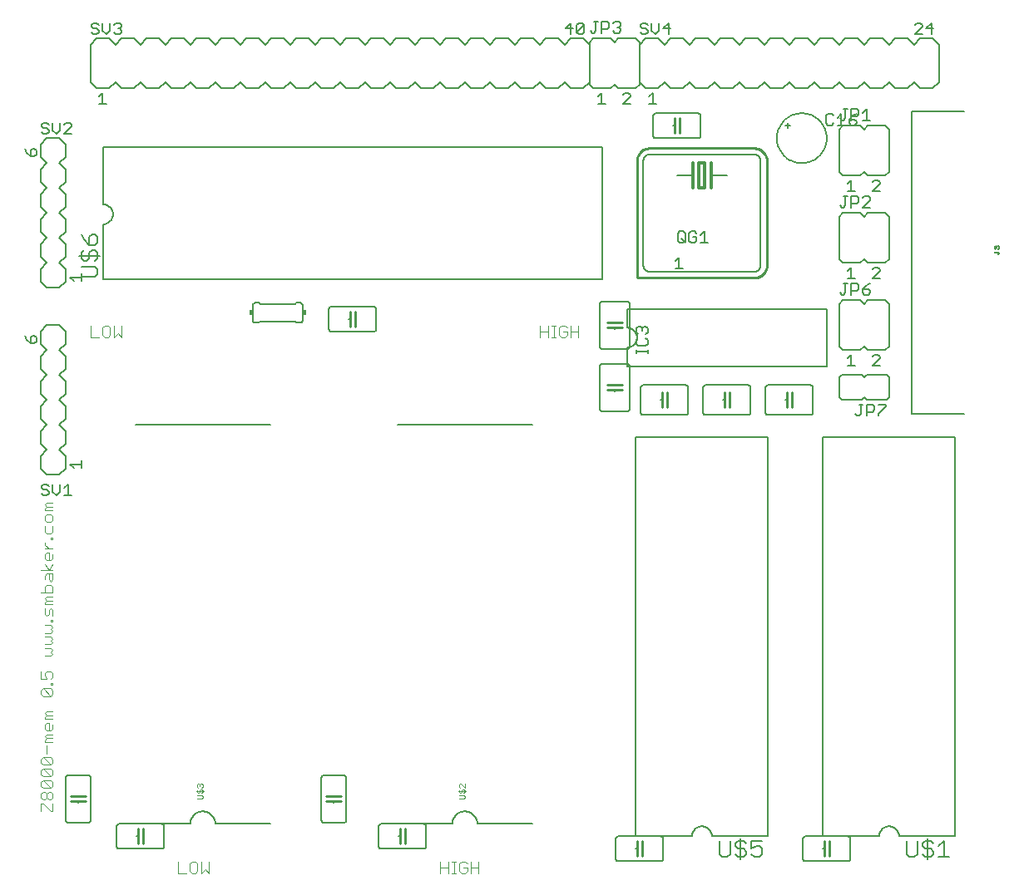
<source format=gto>
G75*
%MOIN*%
%OFA0B0*%
%FSLAX24Y24*%
%IPPOS*%
%LPD*%
%AMOC8*
5,1,8,0,0,1.08239X$1,22.5*
%
%ADD10C,0.0040*%
%ADD11C,0.0060*%
%ADD12C,0.0050*%
%ADD13C,0.0100*%
%ADD14C,0.0080*%
%ADD15R,0.0150X0.0200*%
%ADD16C,0.0020*%
%ADD17C,0.0120*%
D10*
X006700Y007170D02*
X007007Y007170D01*
X007160Y007247D02*
X007237Y007170D01*
X007391Y007170D01*
X007467Y007247D01*
X007467Y007554D01*
X007391Y007630D01*
X007237Y007630D01*
X007160Y007554D01*
X007160Y007247D01*
X006700Y007170D02*
X006700Y007630D01*
X007621Y007630D02*
X007621Y007170D01*
X007774Y007323D01*
X007928Y007170D01*
X007928Y007630D01*
X001660Y009670D02*
X001660Y009977D01*
X001583Y010130D02*
X001507Y010130D01*
X001430Y010207D01*
X001430Y010361D01*
X001507Y010437D01*
X001583Y010437D01*
X001660Y010361D01*
X001660Y010207D01*
X001583Y010130D01*
X001430Y010207D02*
X001353Y010130D01*
X001276Y010130D01*
X001200Y010207D01*
X001200Y010361D01*
X001276Y010437D01*
X001353Y010437D01*
X001430Y010361D01*
X001583Y010591D02*
X001276Y010898D01*
X001583Y010898D01*
X001660Y010821D01*
X001660Y010668D01*
X001583Y010591D01*
X001276Y010591D01*
X001200Y010668D01*
X001200Y010821D01*
X001276Y010898D01*
X001276Y011051D02*
X001200Y011128D01*
X001200Y011281D01*
X001276Y011358D01*
X001583Y011051D01*
X001660Y011128D01*
X001660Y011281D01*
X001583Y011358D01*
X001276Y011358D01*
X001276Y011512D02*
X001200Y011588D01*
X001200Y011742D01*
X001276Y011818D01*
X001583Y011512D01*
X001660Y011588D01*
X001660Y011742D01*
X001583Y011818D01*
X001276Y011818D01*
X001430Y011972D02*
X001430Y012279D01*
X001353Y012432D02*
X001353Y012509D01*
X001430Y012586D01*
X001353Y012663D01*
X001430Y012739D01*
X001660Y012739D01*
X001660Y012586D02*
X001430Y012586D01*
X001353Y012432D02*
X001660Y012432D01*
X001583Y012893D02*
X001430Y012893D01*
X001353Y012969D01*
X001353Y013123D01*
X001430Y013200D01*
X001507Y013200D01*
X001507Y012893D01*
X001583Y012893D02*
X001660Y012969D01*
X001660Y013123D01*
X001660Y013353D02*
X001353Y013353D01*
X001353Y013430D01*
X001430Y013507D01*
X001353Y013583D01*
X001430Y013660D01*
X001660Y013660D01*
X001660Y013507D02*
X001430Y013507D01*
X001583Y014274D02*
X001276Y014274D01*
X001200Y014351D01*
X001200Y014504D01*
X001276Y014581D01*
X001583Y014274D01*
X001660Y014351D01*
X001660Y014504D01*
X001583Y014581D01*
X001276Y014581D01*
X001583Y014734D02*
X001583Y014811D01*
X001660Y014811D01*
X001660Y014734D01*
X001583Y014734D01*
X001583Y014965D02*
X001660Y015041D01*
X001660Y015195D01*
X001583Y015271D01*
X001430Y015271D01*
X001353Y015195D01*
X001353Y015118D01*
X001430Y014965D01*
X001200Y014965D01*
X001200Y015271D01*
X001353Y015885D02*
X001583Y015885D01*
X001660Y015962D01*
X001583Y016039D01*
X001660Y016115D01*
X001583Y016192D01*
X001353Y016192D01*
X001353Y016346D02*
X001583Y016346D01*
X001660Y016422D01*
X001583Y016499D01*
X001660Y016576D01*
X001583Y016653D01*
X001353Y016653D01*
X001353Y016806D02*
X001583Y016806D01*
X001660Y016883D01*
X001583Y016960D01*
X001660Y017036D01*
X001583Y017113D01*
X001353Y017113D01*
X001583Y017266D02*
X001583Y017343D01*
X001660Y017343D01*
X001660Y017266D01*
X001583Y017266D01*
X001660Y017497D02*
X001660Y017727D01*
X001583Y017804D01*
X001507Y017727D01*
X001507Y017573D01*
X001430Y017497D01*
X001353Y017573D01*
X001353Y017804D01*
X001353Y017957D02*
X001353Y018034D01*
X001430Y018111D01*
X001353Y018187D01*
X001430Y018264D01*
X001660Y018264D01*
X001660Y018417D02*
X001660Y018648D01*
X001583Y018724D01*
X001430Y018724D01*
X001353Y018648D01*
X001353Y018417D01*
X001200Y018417D02*
X001660Y018417D01*
X001660Y018111D02*
X001430Y018111D01*
X001353Y017957D02*
X001660Y017957D01*
X001583Y018878D02*
X001507Y018955D01*
X001507Y019185D01*
X001430Y019185D02*
X001660Y019185D01*
X001660Y018955D01*
X001583Y018878D01*
X001353Y018955D02*
X001353Y019108D01*
X001430Y019185D01*
X001507Y019338D02*
X001353Y019568D01*
X001430Y019722D02*
X001353Y019799D01*
X001353Y019952D01*
X001430Y020029D01*
X001507Y020029D01*
X001507Y019722D01*
X001583Y019722D02*
X001430Y019722D01*
X001583Y019722D02*
X001660Y019799D01*
X001660Y019952D01*
X001660Y020182D02*
X001353Y020182D01*
X001507Y020182D02*
X001353Y020336D01*
X001353Y020412D01*
X001583Y020566D02*
X001583Y020643D01*
X001660Y020643D01*
X001660Y020566D01*
X001583Y020566D01*
X001583Y020796D02*
X001660Y020873D01*
X001660Y021103D01*
X001583Y021257D02*
X001660Y021333D01*
X001660Y021487D01*
X001583Y021563D01*
X001430Y021563D01*
X001353Y021487D01*
X001353Y021333D01*
X001430Y021257D01*
X001583Y021257D01*
X001353Y021103D02*
X001353Y020873D01*
X001430Y020796D01*
X001583Y020796D01*
X001660Y021717D02*
X001353Y021717D01*
X001353Y021794D01*
X001430Y021870D01*
X001353Y021947D01*
X001430Y022024D01*
X001660Y022024D01*
X001660Y021870D02*
X001430Y021870D01*
X001660Y019568D02*
X001507Y019338D01*
X001660Y019338D02*
X001200Y019338D01*
X001276Y011512D02*
X001583Y011512D01*
X001583Y011051D02*
X001276Y011051D01*
X001276Y009977D02*
X001583Y009670D01*
X001660Y009670D01*
X001200Y009670D02*
X001200Y009977D01*
X001276Y009977D01*
X017200Y007630D02*
X017200Y007170D01*
X017200Y007400D02*
X017507Y007400D01*
X017507Y007630D02*
X017507Y007170D01*
X017660Y007170D02*
X017814Y007170D01*
X017737Y007170D02*
X017737Y007630D01*
X017660Y007630D02*
X017814Y007630D01*
X017967Y007554D02*
X017967Y007247D01*
X018044Y007170D01*
X018198Y007170D01*
X018274Y007247D01*
X018274Y007400D01*
X018121Y007400D01*
X018274Y007554D02*
X018198Y007630D01*
X018044Y007630D01*
X017967Y007554D01*
X018428Y007630D02*
X018428Y007170D01*
X018428Y007400D02*
X018735Y007400D01*
X018735Y007630D02*
X018735Y007170D01*
X021200Y028670D02*
X021200Y029130D01*
X021200Y028900D02*
X021507Y028900D01*
X021507Y029130D02*
X021507Y028670D01*
X021660Y028670D02*
X021814Y028670D01*
X021737Y028670D02*
X021737Y029130D01*
X021660Y029130D02*
X021814Y029130D01*
X021967Y029054D02*
X021967Y028747D01*
X022044Y028670D01*
X022198Y028670D01*
X022274Y028747D01*
X022274Y028900D01*
X022121Y028900D01*
X022274Y029054D02*
X022198Y029130D01*
X022044Y029130D01*
X021967Y029054D01*
X022428Y029130D02*
X022428Y028670D01*
X022428Y028900D02*
X022735Y028900D01*
X022735Y029130D02*
X022735Y028670D01*
X004428Y028670D02*
X004428Y029130D01*
X004121Y029130D02*
X004121Y028670D01*
X004274Y028823D01*
X004428Y028670D01*
X003967Y028747D02*
X003967Y029054D01*
X003891Y029130D01*
X003737Y029130D01*
X003660Y029054D01*
X003660Y028747D01*
X003737Y028670D01*
X003891Y028670D01*
X003967Y028747D01*
X003507Y028670D02*
X003200Y028670D01*
X003200Y029130D01*
D11*
X002180Y028900D02*
X002180Y028400D01*
X001930Y028150D01*
X002180Y027900D01*
X002180Y027400D01*
X001930Y027150D01*
X002180Y026900D01*
X002180Y026400D01*
X001930Y026150D01*
X002180Y025900D01*
X002180Y025400D01*
X001930Y025150D01*
X002180Y024900D01*
X002180Y024400D01*
X001930Y024150D01*
X002180Y023900D01*
X002180Y023400D01*
X001930Y023150D01*
X001430Y023150D01*
X001180Y023400D01*
X001180Y023900D01*
X001430Y024150D01*
X001180Y024400D01*
X001180Y024900D01*
X001430Y025150D01*
X001180Y025400D01*
X001180Y025900D01*
X001430Y026150D01*
X001180Y026400D01*
X001180Y026900D01*
X001430Y027150D01*
X001180Y027400D01*
X001180Y027900D01*
X001430Y028150D01*
X001180Y028400D01*
X001180Y028900D01*
X001430Y029150D01*
X001930Y029150D01*
X002180Y028900D01*
X001930Y030650D02*
X001430Y030650D01*
X001180Y030900D01*
X001180Y031400D01*
X001430Y031650D01*
X001180Y031900D01*
X001180Y032400D01*
X001430Y032650D01*
X001180Y032900D01*
X001180Y033400D01*
X001430Y033650D01*
X001180Y033900D01*
X001180Y034400D01*
X001430Y034650D01*
X001180Y034900D01*
X001180Y035400D01*
X001430Y035650D01*
X001180Y035900D01*
X001180Y036400D01*
X001430Y036650D01*
X001930Y036650D01*
X002180Y036400D01*
X002180Y035900D01*
X001930Y035650D01*
X002180Y035400D01*
X002180Y034900D01*
X001930Y034650D01*
X002180Y034400D01*
X002180Y033900D01*
X001930Y033650D01*
X002180Y033400D01*
X002180Y032900D01*
X001930Y032650D01*
X002180Y032400D01*
X002180Y031900D01*
X001930Y031650D01*
X002180Y031400D01*
X002180Y030900D01*
X001930Y030650D01*
X002809Y031080D02*
X003343Y031080D01*
X003450Y031187D01*
X003450Y031400D01*
X003343Y031507D01*
X002809Y031507D01*
X002916Y031725D02*
X002809Y031831D01*
X002809Y032045D01*
X002916Y032152D01*
X003130Y032045D02*
X003130Y031831D01*
X003023Y031725D01*
X002916Y031725D01*
X002703Y031938D02*
X003557Y031938D01*
X003450Y031831D02*
X003343Y031725D01*
X003450Y031831D02*
X003450Y032045D01*
X003343Y032152D01*
X003236Y032152D01*
X003130Y032045D01*
X003130Y032369D02*
X002916Y032583D01*
X002809Y032796D01*
X003130Y032689D02*
X003130Y032369D01*
X003343Y032369D01*
X003450Y032476D01*
X003450Y032689D01*
X003343Y032796D01*
X003236Y032796D01*
X003130Y032689D01*
X003680Y033200D02*
X003680Y031000D01*
X023680Y031000D01*
X023680Y036300D01*
X003680Y036300D01*
X003680Y034000D01*
X003719Y033998D01*
X003758Y033992D01*
X003796Y033983D01*
X003833Y033970D01*
X003869Y033953D01*
X003902Y033933D01*
X003934Y033909D01*
X003963Y033883D01*
X003989Y033854D01*
X004013Y033822D01*
X004033Y033789D01*
X004050Y033753D01*
X004063Y033716D01*
X004072Y033678D01*
X004078Y033639D01*
X004080Y033600D01*
X004078Y033561D01*
X004072Y033522D01*
X004063Y033484D01*
X004050Y033447D01*
X004033Y033411D01*
X004013Y033378D01*
X003989Y033346D01*
X003963Y033317D01*
X003934Y033291D01*
X003902Y033267D01*
X003869Y033247D01*
X003833Y033230D01*
X003796Y033217D01*
X003758Y033208D01*
X003719Y033202D01*
X003680Y033200D01*
X003930Y038650D02*
X003430Y038650D01*
X003180Y038900D01*
X003180Y040400D01*
X003430Y040650D01*
X003930Y040650D01*
X004180Y040400D01*
X004430Y040650D01*
X004930Y040650D01*
X005180Y040400D01*
X005430Y040650D01*
X005930Y040650D01*
X006180Y040400D01*
X006430Y040650D01*
X006930Y040650D01*
X007180Y040400D01*
X007430Y040650D01*
X007930Y040650D01*
X008180Y040400D01*
X008430Y040650D01*
X008930Y040650D01*
X009180Y040400D01*
X009430Y040650D01*
X009930Y040650D01*
X010180Y040400D01*
X010430Y040650D01*
X010930Y040650D01*
X011180Y040400D01*
X011430Y040650D01*
X011930Y040650D01*
X012180Y040400D01*
X012430Y040650D01*
X012930Y040650D01*
X013180Y040400D01*
X013430Y040650D01*
X013930Y040650D01*
X014180Y040400D01*
X014430Y040650D01*
X014930Y040650D01*
X015180Y040400D01*
X015430Y040650D01*
X015930Y040650D01*
X016180Y040400D01*
X016430Y040650D01*
X016930Y040650D01*
X017180Y040400D01*
X017430Y040650D01*
X017930Y040650D01*
X018180Y040400D01*
X018430Y040650D01*
X018930Y040650D01*
X019180Y040400D01*
X019430Y040650D01*
X019930Y040650D01*
X020180Y040400D01*
X020430Y040650D01*
X020930Y040650D01*
X021180Y040400D01*
X021430Y040650D01*
X021930Y040650D01*
X022180Y040400D01*
X022430Y040650D01*
X022930Y040650D01*
X023180Y040400D01*
X023180Y038900D01*
X022930Y038650D01*
X022430Y038650D01*
X022180Y038900D01*
X021930Y038650D01*
X021430Y038650D01*
X021180Y038900D01*
X020930Y038650D01*
X020430Y038650D01*
X020180Y038900D01*
X019930Y038650D01*
X019430Y038650D01*
X019180Y038900D01*
X018930Y038650D01*
X018430Y038650D01*
X018180Y038900D01*
X017930Y038650D01*
X017430Y038650D01*
X017180Y038900D01*
X016930Y038650D01*
X016430Y038650D01*
X016180Y038900D01*
X015930Y038650D01*
X015430Y038650D01*
X015180Y038900D01*
X014930Y038650D01*
X014430Y038650D01*
X014180Y038900D01*
X013930Y038650D01*
X013430Y038650D01*
X013180Y038900D01*
X012930Y038650D01*
X012430Y038650D01*
X012180Y038900D01*
X011930Y038650D01*
X011430Y038650D01*
X011180Y038900D01*
X010930Y038650D01*
X010430Y038650D01*
X010180Y038900D01*
X009930Y038650D01*
X009430Y038650D01*
X009180Y038900D01*
X008930Y038650D01*
X008430Y038650D01*
X008180Y038900D01*
X007930Y038650D01*
X007430Y038650D01*
X007180Y038900D01*
X006930Y038650D01*
X006430Y038650D01*
X006180Y038900D01*
X005930Y038650D01*
X005430Y038650D01*
X005180Y038900D01*
X004930Y038650D01*
X004430Y038650D01*
X004180Y038900D01*
X003930Y038650D01*
X009780Y030050D02*
X009930Y030050D01*
X009980Y030000D01*
X011380Y030000D01*
X011430Y030050D01*
X011580Y030050D01*
X011597Y030048D01*
X011614Y030044D01*
X011630Y030037D01*
X011644Y030027D01*
X011657Y030014D01*
X011667Y030000D01*
X011674Y029984D01*
X011678Y029967D01*
X011680Y029950D01*
X011680Y029350D01*
X011678Y029333D01*
X011674Y029316D01*
X011667Y029300D01*
X011657Y029286D01*
X011644Y029273D01*
X011630Y029263D01*
X011614Y029256D01*
X011597Y029252D01*
X011580Y029250D01*
X011430Y029250D01*
X011380Y029300D01*
X009980Y029300D01*
X009930Y029250D01*
X009780Y029250D01*
X009763Y029252D01*
X009746Y029256D01*
X009730Y029263D01*
X009716Y029273D01*
X009703Y029286D01*
X009693Y029300D01*
X009686Y029316D01*
X009682Y029333D01*
X009680Y029350D01*
X009680Y029950D01*
X009682Y029967D01*
X009686Y029984D01*
X009693Y030000D01*
X009703Y030014D01*
X009716Y030027D01*
X009730Y030037D01*
X009746Y030044D01*
X009763Y030048D01*
X009780Y030050D01*
X012730Y029800D02*
X012730Y029000D01*
X012732Y028983D01*
X012736Y028966D01*
X012743Y028950D01*
X012753Y028936D01*
X012766Y028923D01*
X012780Y028913D01*
X012796Y028906D01*
X012813Y028902D01*
X012830Y028900D01*
X014530Y028900D01*
X014547Y028902D01*
X014564Y028906D01*
X014580Y028913D01*
X014594Y028923D01*
X014607Y028936D01*
X014617Y028950D01*
X014624Y028966D01*
X014628Y028983D01*
X014630Y029000D01*
X014630Y029800D01*
X014628Y029817D01*
X014624Y029834D01*
X014617Y029850D01*
X014607Y029864D01*
X014594Y029877D01*
X014580Y029887D01*
X014564Y029894D01*
X014547Y029898D01*
X014530Y029900D01*
X012830Y029900D01*
X012813Y029898D01*
X012796Y029894D01*
X012780Y029887D01*
X012766Y029877D01*
X012753Y029864D01*
X012743Y029850D01*
X012736Y029834D01*
X012732Y029817D01*
X012730Y029800D01*
X013530Y029400D02*
X013580Y029400D01*
X013780Y029400D02*
X013830Y029400D01*
X023180Y038800D02*
X023330Y038650D01*
X024030Y038650D01*
X024180Y038800D01*
X024330Y038650D01*
X025030Y038650D01*
X025180Y038800D01*
X025180Y040500D01*
X025030Y040650D01*
X024330Y040650D01*
X024180Y040500D01*
X024030Y040650D01*
X023330Y040650D01*
X023180Y040500D01*
X023180Y038800D01*
X025180Y038900D02*
X025180Y040400D01*
X025430Y040650D01*
X025930Y040650D01*
X026180Y040400D01*
X026430Y040650D01*
X026930Y040650D01*
X027180Y040400D01*
X027430Y040650D01*
X027930Y040650D01*
X028180Y040400D01*
X028430Y040650D01*
X028930Y040650D01*
X029180Y040400D01*
X029430Y040650D01*
X029930Y040650D01*
X030180Y040400D01*
X030430Y040650D01*
X030930Y040650D01*
X031180Y040400D01*
X031430Y040650D01*
X031930Y040650D01*
X032180Y040400D01*
X032430Y040650D01*
X032930Y040650D01*
X033180Y040400D01*
X033430Y040650D01*
X033930Y040650D01*
X034180Y040400D01*
X034430Y040650D01*
X034930Y040650D01*
X035180Y040400D01*
X035430Y040650D01*
X035930Y040650D01*
X036180Y040400D01*
X036430Y040650D01*
X036930Y040650D01*
X037180Y040400D01*
X037180Y038900D01*
X036930Y038650D01*
X036430Y038650D01*
X036180Y038900D01*
X035930Y038650D01*
X035430Y038650D01*
X035180Y038900D01*
X034930Y038650D01*
X034430Y038650D01*
X034180Y038900D01*
X033930Y038650D01*
X033430Y038650D01*
X033180Y038900D01*
X032930Y038650D01*
X032430Y038650D01*
X032180Y038900D01*
X031930Y038650D01*
X031430Y038650D01*
X031180Y038900D01*
X030930Y038650D01*
X030430Y038650D01*
X030180Y038900D01*
X029930Y038650D01*
X029430Y038650D01*
X029180Y038900D01*
X028930Y038650D01*
X028430Y038650D01*
X028180Y038900D01*
X027930Y038650D01*
X027430Y038650D01*
X027180Y038900D01*
X026930Y038650D01*
X026430Y038650D01*
X026180Y038900D01*
X025930Y038650D01*
X025430Y038650D01*
X025180Y038900D01*
X025830Y037650D02*
X027530Y037650D01*
X027547Y037648D01*
X027564Y037644D01*
X027580Y037637D01*
X027594Y037627D01*
X027607Y037614D01*
X027617Y037600D01*
X027624Y037584D01*
X027628Y037567D01*
X027630Y037550D01*
X027630Y036750D01*
X027628Y036733D01*
X027624Y036716D01*
X027617Y036700D01*
X027607Y036686D01*
X027594Y036673D01*
X027580Y036663D01*
X027564Y036656D01*
X027547Y036652D01*
X027530Y036650D01*
X025830Y036650D01*
X025813Y036652D01*
X025796Y036656D01*
X025780Y036663D01*
X025766Y036673D01*
X025753Y036686D01*
X025743Y036700D01*
X025736Y036716D01*
X025732Y036733D01*
X025730Y036750D01*
X025730Y037550D01*
X025732Y037567D01*
X025736Y037584D01*
X025743Y037600D01*
X025753Y037614D01*
X025766Y037627D01*
X025780Y037637D01*
X025796Y037644D01*
X025813Y037648D01*
X025830Y037650D01*
X026530Y037150D02*
X026580Y037150D01*
X026780Y037150D02*
X026830Y037150D01*
X025580Y036000D02*
X029780Y036000D01*
X029810Y035998D01*
X029840Y035993D01*
X029869Y035984D01*
X029896Y035971D01*
X029922Y035956D01*
X029946Y035937D01*
X029967Y035916D01*
X029986Y035892D01*
X030001Y035866D01*
X030014Y035839D01*
X030023Y035810D01*
X030028Y035780D01*
X030030Y035750D01*
X030030Y031550D01*
X030028Y031520D01*
X030023Y031490D01*
X030014Y031461D01*
X030001Y031434D01*
X029986Y031408D01*
X029967Y031384D01*
X029946Y031363D01*
X029922Y031344D01*
X029896Y031329D01*
X029869Y031316D01*
X029840Y031307D01*
X029810Y031302D01*
X029780Y031300D01*
X025580Y031300D01*
X025550Y031302D01*
X025520Y031307D01*
X025491Y031316D01*
X025464Y031329D01*
X025438Y031344D01*
X025414Y031363D01*
X025393Y031384D01*
X025374Y031408D01*
X025359Y031434D01*
X025346Y031461D01*
X025337Y031490D01*
X025332Y031520D01*
X025330Y031550D01*
X025330Y035750D01*
X025332Y035780D01*
X025337Y035810D01*
X025346Y035839D01*
X025359Y035866D01*
X025374Y035892D01*
X025393Y035916D01*
X025414Y035937D01*
X025438Y035956D01*
X025464Y035971D01*
X025491Y035984D01*
X025520Y035993D01*
X025550Y035998D01*
X025580Y036000D01*
X026680Y035150D02*
X027310Y035150D01*
X028050Y035150D02*
X028680Y035150D01*
X031030Y037150D02*
X031130Y037150D01*
X031130Y037250D01*
X031130Y037150D02*
X031230Y037150D01*
X031130Y037150D02*
X031130Y037050D01*
X030680Y036650D02*
X030682Y036713D01*
X030688Y036775D01*
X030698Y036837D01*
X030711Y036899D01*
X030729Y036959D01*
X030750Y037018D01*
X030775Y037076D01*
X030804Y037132D01*
X030836Y037186D01*
X030871Y037238D01*
X030909Y037287D01*
X030951Y037335D01*
X030995Y037379D01*
X031043Y037421D01*
X031092Y037459D01*
X031144Y037494D01*
X031198Y037526D01*
X031254Y037555D01*
X031312Y037580D01*
X031371Y037601D01*
X031431Y037619D01*
X031493Y037632D01*
X031555Y037642D01*
X031617Y037648D01*
X031680Y037650D01*
X031743Y037648D01*
X031805Y037642D01*
X031867Y037632D01*
X031929Y037619D01*
X031989Y037601D01*
X032048Y037580D01*
X032106Y037555D01*
X032162Y037526D01*
X032216Y037494D01*
X032268Y037459D01*
X032317Y037421D01*
X032365Y037379D01*
X032409Y037335D01*
X032451Y037287D01*
X032489Y037238D01*
X032524Y037186D01*
X032556Y037132D01*
X032585Y037076D01*
X032610Y037018D01*
X032631Y036959D01*
X032649Y036899D01*
X032662Y036837D01*
X032672Y036775D01*
X032678Y036713D01*
X032680Y036650D01*
X032678Y036587D01*
X032672Y036525D01*
X032662Y036463D01*
X032649Y036401D01*
X032631Y036341D01*
X032610Y036282D01*
X032585Y036224D01*
X032556Y036168D01*
X032524Y036114D01*
X032489Y036062D01*
X032451Y036013D01*
X032409Y035965D01*
X032365Y035921D01*
X032317Y035879D01*
X032268Y035841D01*
X032216Y035806D01*
X032162Y035774D01*
X032106Y035745D01*
X032048Y035720D01*
X031989Y035699D01*
X031929Y035681D01*
X031867Y035668D01*
X031805Y035658D01*
X031743Y035652D01*
X031680Y035650D01*
X031617Y035652D01*
X031555Y035658D01*
X031493Y035668D01*
X031431Y035681D01*
X031371Y035699D01*
X031312Y035720D01*
X031254Y035745D01*
X031198Y035774D01*
X031144Y035806D01*
X031092Y035841D01*
X031043Y035879D01*
X030995Y035921D01*
X030951Y035965D01*
X030909Y036013D01*
X030871Y036062D01*
X030836Y036114D01*
X030804Y036168D01*
X030775Y036224D01*
X030750Y036282D01*
X030729Y036341D01*
X030711Y036401D01*
X030698Y036463D01*
X030688Y036525D01*
X030682Y036587D01*
X030680Y036650D01*
X033180Y037000D02*
X033180Y035300D01*
X033330Y035150D01*
X034030Y035150D01*
X034180Y035300D01*
X034330Y035150D01*
X035030Y035150D01*
X035180Y035300D01*
X035180Y037000D01*
X035030Y037150D01*
X034330Y037150D01*
X034180Y037000D01*
X034030Y037150D01*
X033330Y037150D01*
X033180Y037000D01*
X033330Y033650D02*
X034030Y033650D01*
X034180Y033500D01*
X034330Y033650D01*
X035030Y033650D01*
X035180Y033500D01*
X035180Y031800D01*
X035030Y031650D01*
X034330Y031650D01*
X034180Y031800D01*
X034030Y031650D01*
X033330Y031650D01*
X033180Y031800D01*
X033180Y033500D01*
X033330Y033650D01*
X033330Y030150D02*
X034030Y030150D01*
X034180Y030000D01*
X034330Y030150D01*
X035030Y030150D01*
X035180Y030000D01*
X035180Y028300D01*
X035030Y028150D01*
X034330Y028150D01*
X034180Y028300D01*
X034030Y028150D01*
X033330Y028150D01*
X033180Y028300D01*
X033180Y030000D01*
X033330Y030150D01*
X032680Y029800D02*
X032680Y027500D01*
X024680Y027500D01*
X024780Y027500D02*
X024778Y027517D01*
X024774Y027534D01*
X024767Y027550D01*
X024757Y027564D01*
X024744Y027577D01*
X024730Y027587D01*
X024714Y027594D01*
X024697Y027598D01*
X024680Y027600D01*
X023680Y027600D01*
X023663Y027598D01*
X023646Y027594D01*
X023630Y027587D01*
X023616Y027577D01*
X023603Y027564D01*
X023593Y027550D01*
X023586Y027534D01*
X023582Y027517D01*
X023580Y027500D01*
X023580Y025800D01*
X023582Y025783D01*
X023586Y025766D01*
X023593Y025750D01*
X023603Y025736D01*
X023616Y025723D01*
X023630Y025713D01*
X023646Y025706D01*
X023663Y025702D01*
X023680Y025700D01*
X024680Y025700D01*
X024697Y025702D01*
X024714Y025706D01*
X024730Y025713D01*
X024744Y025723D01*
X024757Y025736D01*
X024767Y025750D01*
X024774Y025766D01*
X024778Y025783D01*
X024780Y025800D01*
X024780Y027500D01*
X024680Y027500D02*
X024680Y028250D01*
X024680Y028200D02*
X024697Y028202D01*
X024714Y028206D01*
X024730Y028213D01*
X024744Y028223D01*
X024757Y028236D01*
X024767Y028250D01*
X024774Y028266D01*
X024778Y028283D01*
X024780Y028300D01*
X024780Y030000D01*
X024778Y030017D01*
X024774Y030034D01*
X024767Y030050D01*
X024757Y030064D01*
X024744Y030077D01*
X024730Y030087D01*
X024714Y030094D01*
X024697Y030098D01*
X024680Y030100D01*
X023680Y030100D01*
X023663Y030098D01*
X023646Y030094D01*
X023630Y030087D01*
X023616Y030077D01*
X023603Y030064D01*
X023593Y030050D01*
X023586Y030034D01*
X023582Y030017D01*
X023580Y030000D01*
X023580Y028300D01*
X023582Y028283D01*
X023586Y028266D01*
X023593Y028250D01*
X023603Y028236D01*
X023616Y028223D01*
X023630Y028213D01*
X023646Y028206D01*
X023663Y028202D01*
X023680Y028200D01*
X024680Y028200D01*
X024680Y028250D02*
X024719Y028252D01*
X024758Y028258D01*
X024796Y028267D01*
X024833Y028280D01*
X024869Y028297D01*
X024902Y028317D01*
X024934Y028341D01*
X024963Y028367D01*
X024989Y028396D01*
X025013Y028428D01*
X025033Y028461D01*
X025050Y028497D01*
X025063Y028534D01*
X025072Y028572D01*
X025078Y028611D01*
X025080Y028650D01*
X025078Y028689D01*
X025072Y028728D01*
X025063Y028766D01*
X025050Y028803D01*
X025033Y028839D01*
X025013Y028872D01*
X024989Y028904D01*
X024963Y028933D01*
X024934Y028959D01*
X024902Y028983D01*
X024869Y029003D01*
X024833Y029020D01*
X024796Y029033D01*
X024758Y029042D01*
X024719Y029048D01*
X024680Y029050D01*
X024680Y029800D01*
X032680Y029800D01*
X033280Y027150D02*
X034080Y027150D01*
X034180Y027050D01*
X034280Y027150D01*
X035080Y027150D01*
X035180Y027050D01*
X035180Y026250D01*
X035080Y026150D01*
X034280Y026150D01*
X034180Y026250D01*
X034080Y026150D01*
X033280Y026150D01*
X033180Y026250D01*
X033180Y027050D01*
X033280Y027150D01*
X032130Y026650D02*
X032130Y025650D01*
X032128Y025633D01*
X032124Y025616D01*
X032117Y025600D01*
X032107Y025586D01*
X032094Y025573D01*
X032080Y025563D01*
X032064Y025556D01*
X032047Y025552D01*
X032030Y025550D01*
X030330Y025550D01*
X030313Y025552D01*
X030296Y025556D01*
X030280Y025563D01*
X030266Y025573D01*
X030253Y025586D01*
X030243Y025600D01*
X030236Y025616D01*
X030232Y025633D01*
X030230Y025650D01*
X030230Y026650D01*
X030232Y026667D01*
X030236Y026684D01*
X030243Y026700D01*
X030253Y026714D01*
X030266Y026727D01*
X030280Y026737D01*
X030296Y026744D01*
X030313Y026748D01*
X030330Y026750D01*
X032030Y026750D01*
X032047Y026748D01*
X032064Y026744D01*
X032080Y026737D01*
X032094Y026727D01*
X032107Y026714D01*
X032117Y026700D01*
X032124Y026684D01*
X032128Y026667D01*
X032130Y026650D01*
X031330Y026150D02*
X031280Y026150D01*
X031080Y026150D02*
X031030Y026150D01*
X029630Y026650D02*
X029630Y025650D01*
X029628Y025633D01*
X029624Y025616D01*
X029617Y025600D01*
X029607Y025586D01*
X029594Y025573D01*
X029580Y025563D01*
X029564Y025556D01*
X029547Y025552D01*
X029530Y025550D01*
X027830Y025550D01*
X027813Y025552D01*
X027796Y025556D01*
X027780Y025563D01*
X027766Y025573D01*
X027753Y025586D01*
X027743Y025600D01*
X027736Y025616D01*
X027732Y025633D01*
X027730Y025650D01*
X027730Y026650D01*
X027732Y026667D01*
X027736Y026684D01*
X027743Y026700D01*
X027753Y026714D01*
X027766Y026727D01*
X027780Y026737D01*
X027796Y026744D01*
X027813Y026748D01*
X027830Y026750D01*
X029530Y026750D01*
X029547Y026748D01*
X029564Y026744D01*
X029580Y026737D01*
X029594Y026727D01*
X029607Y026714D01*
X029617Y026700D01*
X029624Y026684D01*
X029628Y026667D01*
X029630Y026650D01*
X028830Y026150D02*
X028780Y026150D01*
X028580Y026150D02*
X028530Y026150D01*
X027130Y026650D02*
X027130Y025650D01*
X027128Y025633D01*
X027124Y025616D01*
X027117Y025600D01*
X027107Y025586D01*
X027094Y025573D01*
X027080Y025563D01*
X027064Y025556D01*
X027047Y025552D01*
X027030Y025550D01*
X025330Y025550D01*
X025313Y025552D01*
X025296Y025556D01*
X025280Y025563D01*
X025266Y025573D01*
X025253Y025586D01*
X025243Y025600D01*
X025236Y025616D01*
X025232Y025633D01*
X025230Y025650D01*
X025230Y026650D01*
X025232Y026667D01*
X025236Y026684D01*
X025243Y026700D01*
X025253Y026714D01*
X025266Y026727D01*
X025280Y026737D01*
X025296Y026744D01*
X025313Y026748D01*
X025330Y026750D01*
X027030Y026750D01*
X027047Y026748D01*
X027064Y026744D01*
X027080Y026737D01*
X027094Y026727D01*
X027107Y026714D01*
X027117Y026700D01*
X027124Y026684D01*
X027128Y026667D01*
X027130Y026650D01*
X026330Y026150D02*
X026280Y026150D01*
X026080Y026150D02*
X026030Y026150D01*
X025030Y024650D02*
X030330Y024650D01*
X030330Y008650D01*
X028080Y008650D01*
X028376Y008471D02*
X028376Y007937D01*
X028483Y007830D01*
X028697Y007830D01*
X028803Y007937D01*
X028803Y008471D01*
X029021Y008364D02*
X029128Y008471D01*
X029341Y008471D01*
X029448Y008364D01*
X029341Y008150D02*
X029128Y008150D01*
X029021Y008257D01*
X029021Y008364D01*
X029234Y008577D02*
X029234Y007723D01*
X029128Y007830D02*
X029341Y007830D01*
X029448Y007937D01*
X029448Y008044D01*
X029341Y008150D01*
X029665Y008150D02*
X029665Y008471D01*
X030092Y008471D01*
X029986Y008257D02*
X030092Y008150D01*
X030092Y007937D01*
X029986Y007830D01*
X029772Y007830D01*
X029665Y007937D01*
X029665Y008150D02*
X029879Y008257D01*
X029986Y008257D01*
X029128Y007830D02*
X029021Y007937D01*
X028080Y008650D02*
X028078Y008689D01*
X028072Y008728D01*
X028063Y008766D01*
X028050Y008803D01*
X028033Y008839D01*
X028013Y008872D01*
X027989Y008904D01*
X027963Y008933D01*
X027934Y008959D01*
X027902Y008983D01*
X027869Y009003D01*
X027833Y009020D01*
X027796Y009033D01*
X027758Y009042D01*
X027719Y009048D01*
X027680Y009050D01*
X027641Y009048D01*
X027602Y009042D01*
X027564Y009033D01*
X027527Y009020D01*
X027491Y009003D01*
X027458Y008983D01*
X027426Y008959D01*
X027397Y008933D01*
X027371Y008904D01*
X027347Y008872D01*
X027327Y008839D01*
X027310Y008803D01*
X027297Y008766D01*
X027288Y008728D01*
X027282Y008689D01*
X027280Y008650D01*
X025030Y008650D01*
X025030Y024650D01*
X024180Y026500D02*
X024180Y026550D01*
X024180Y026750D02*
X024180Y026800D01*
X024180Y029000D02*
X024180Y029050D01*
X024180Y029250D02*
X024180Y029300D01*
X032530Y024650D02*
X037830Y024650D01*
X037830Y008650D01*
X035580Y008650D01*
X035876Y008471D02*
X035876Y007937D01*
X035983Y007830D01*
X036197Y007830D01*
X036303Y007937D01*
X036303Y008471D01*
X036521Y008364D02*
X036628Y008471D01*
X036841Y008471D01*
X036948Y008364D01*
X036841Y008150D02*
X036628Y008150D01*
X036521Y008257D01*
X036521Y008364D01*
X036734Y008577D02*
X036734Y007723D01*
X036628Y007830D02*
X036841Y007830D01*
X036948Y007937D01*
X036948Y008044D01*
X036841Y008150D01*
X037165Y008257D02*
X037379Y008471D01*
X037379Y007830D01*
X037592Y007830D02*
X037165Y007830D01*
X036628Y007830D02*
X036521Y007937D01*
X035580Y008650D02*
X035578Y008689D01*
X035572Y008728D01*
X035563Y008766D01*
X035550Y008803D01*
X035533Y008839D01*
X035513Y008872D01*
X035489Y008904D01*
X035463Y008933D01*
X035434Y008959D01*
X035402Y008983D01*
X035369Y009003D01*
X035333Y009020D01*
X035296Y009033D01*
X035258Y009042D01*
X035219Y009048D01*
X035180Y009050D01*
X035141Y009048D01*
X035102Y009042D01*
X035064Y009033D01*
X035027Y009020D01*
X034991Y009003D01*
X034958Y008983D01*
X034926Y008959D01*
X034897Y008933D01*
X034871Y008904D01*
X034847Y008872D01*
X034827Y008839D01*
X034810Y008803D01*
X034797Y008766D01*
X034788Y008728D01*
X034782Y008689D01*
X034780Y008650D01*
X032530Y008650D01*
X032530Y024650D01*
X016630Y009050D02*
X016630Y008250D01*
X016628Y008233D01*
X016624Y008216D01*
X016617Y008200D01*
X016607Y008186D01*
X016594Y008173D01*
X016580Y008163D01*
X016564Y008156D01*
X016547Y008152D01*
X016530Y008150D01*
X014830Y008150D01*
X014813Y008152D01*
X014796Y008156D01*
X014780Y008163D01*
X014766Y008173D01*
X014753Y008186D01*
X014743Y008200D01*
X014736Y008216D01*
X014732Y008233D01*
X014730Y008250D01*
X014730Y009050D01*
X014732Y009067D01*
X014736Y009084D01*
X014743Y009100D01*
X014753Y009114D01*
X014766Y009127D01*
X014780Y009137D01*
X014796Y009144D01*
X014813Y009148D01*
X014830Y009150D01*
X016530Y009150D01*
X016547Y009148D01*
X016564Y009144D01*
X016580Y009137D01*
X016594Y009127D01*
X016607Y009114D01*
X016617Y009100D01*
X016624Y009084D01*
X016628Y009067D01*
X016630Y009050D01*
X015830Y008650D02*
X015780Y008650D01*
X015580Y008650D02*
X015530Y008650D01*
X013430Y009300D02*
X013430Y011000D01*
X013428Y011017D01*
X013424Y011034D01*
X013417Y011050D01*
X013407Y011064D01*
X013394Y011077D01*
X013380Y011087D01*
X013364Y011094D01*
X013347Y011098D01*
X013330Y011100D01*
X012530Y011100D01*
X012513Y011098D01*
X012496Y011094D01*
X012480Y011087D01*
X012466Y011077D01*
X012453Y011064D01*
X012443Y011050D01*
X012436Y011034D01*
X012432Y011017D01*
X012430Y011000D01*
X012430Y009300D01*
X012432Y009283D01*
X012436Y009266D01*
X012443Y009250D01*
X012453Y009236D01*
X012466Y009223D01*
X012480Y009213D01*
X012496Y009206D01*
X012513Y009202D01*
X012530Y009200D01*
X013330Y009200D01*
X013347Y009202D01*
X013364Y009206D01*
X013380Y009213D01*
X013394Y009223D01*
X013407Y009236D01*
X013417Y009250D01*
X013424Y009266D01*
X013428Y009283D01*
X013430Y009300D01*
X012930Y010000D02*
X012930Y010050D01*
X012930Y010250D02*
X012930Y010300D01*
X006130Y009050D02*
X006130Y008250D01*
X006128Y008233D01*
X006124Y008216D01*
X006117Y008200D01*
X006107Y008186D01*
X006094Y008173D01*
X006080Y008163D01*
X006064Y008156D01*
X006047Y008152D01*
X006030Y008150D01*
X004330Y008150D01*
X004313Y008152D01*
X004296Y008156D01*
X004280Y008163D01*
X004266Y008173D01*
X004253Y008186D01*
X004243Y008200D01*
X004236Y008216D01*
X004232Y008233D01*
X004230Y008250D01*
X004230Y009050D01*
X004232Y009067D01*
X004236Y009084D01*
X004243Y009100D01*
X004253Y009114D01*
X004266Y009127D01*
X004280Y009137D01*
X004296Y009144D01*
X004313Y009148D01*
X004330Y009150D01*
X006030Y009150D01*
X006047Y009148D01*
X006064Y009144D01*
X006080Y009137D01*
X006094Y009127D01*
X006107Y009114D01*
X006117Y009100D01*
X006124Y009084D01*
X006128Y009067D01*
X006130Y009050D01*
X005330Y008650D02*
X005280Y008650D01*
X005080Y008650D02*
X005030Y008650D01*
X003180Y009300D02*
X003180Y011000D01*
X003178Y011017D01*
X003174Y011034D01*
X003167Y011050D01*
X003157Y011064D01*
X003144Y011077D01*
X003130Y011087D01*
X003114Y011094D01*
X003097Y011098D01*
X003080Y011100D01*
X002280Y011100D01*
X002263Y011098D01*
X002246Y011094D01*
X002230Y011087D01*
X002216Y011077D01*
X002203Y011064D01*
X002193Y011050D01*
X002186Y011034D01*
X002182Y011017D01*
X002180Y011000D01*
X002180Y009300D01*
X002182Y009283D01*
X002186Y009266D01*
X002193Y009250D01*
X002203Y009236D01*
X002216Y009223D01*
X002230Y009213D01*
X002246Y009206D01*
X002263Y009202D01*
X002280Y009200D01*
X003080Y009200D01*
X003097Y009202D01*
X003114Y009206D01*
X003130Y009213D01*
X003144Y009223D01*
X003157Y009236D01*
X003167Y009250D01*
X003174Y009266D01*
X003178Y009283D01*
X003180Y009300D01*
X002680Y010000D02*
X002680Y010050D01*
X002680Y010250D02*
X002680Y010300D01*
X024230Y008550D02*
X024230Y007750D01*
X024232Y007733D01*
X024236Y007716D01*
X024243Y007700D01*
X024253Y007686D01*
X024266Y007673D01*
X024280Y007663D01*
X024296Y007656D01*
X024313Y007652D01*
X024330Y007650D01*
X026030Y007650D01*
X026047Y007652D01*
X026064Y007656D01*
X026080Y007663D01*
X026094Y007673D01*
X026107Y007686D01*
X026117Y007700D01*
X026124Y007716D01*
X026128Y007733D01*
X026130Y007750D01*
X026130Y008550D01*
X026128Y008567D01*
X026124Y008584D01*
X026117Y008600D01*
X026107Y008614D01*
X026094Y008627D01*
X026080Y008637D01*
X026064Y008644D01*
X026047Y008648D01*
X026030Y008650D01*
X024330Y008650D01*
X024313Y008648D01*
X024296Y008644D01*
X024280Y008637D01*
X024266Y008627D01*
X024253Y008614D01*
X024243Y008600D01*
X024236Y008584D01*
X024232Y008567D01*
X024230Y008550D01*
X025030Y008150D02*
X025080Y008150D01*
X025280Y008150D02*
X025330Y008150D01*
X031730Y008550D02*
X031730Y007750D01*
X031732Y007733D01*
X031736Y007716D01*
X031743Y007700D01*
X031753Y007686D01*
X031766Y007673D01*
X031780Y007663D01*
X031796Y007656D01*
X031813Y007652D01*
X031830Y007650D01*
X033530Y007650D01*
X033547Y007652D01*
X033564Y007656D01*
X033580Y007663D01*
X033594Y007673D01*
X033607Y007686D01*
X033617Y007700D01*
X033624Y007716D01*
X033628Y007733D01*
X033630Y007750D01*
X033630Y008550D01*
X033628Y008567D01*
X033624Y008584D01*
X033617Y008600D01*
X033607Y008614D01*
X033594Y008627D01*
X033580Y008637D01*
X033564Y008644D01*
X033547Y008648D01*
X033530Y008650D01*
X031830Y008650D01*
X031813Y008648D01*
X031796Y008644D01*
X031780Y008637D01*
X031766Y008627D01*
X031753Y008614D01*
X031743Y008600D01*
X031736Y008584D01*
X031732Y008567D01*
X031730Y008550D01*
X032530Y008150D02*
X032580Y008150D01*
X032780Y008150D02*
X032830Y008150D01*
D12*
X033899Y025525D02*
X033974Y025525D01*
X034049Y025600D01*
X034049Y025975D01*
X033974Y025975D02*
X034124Y025975D01*
X034284Y025975D02*
X034509Y025975D01*
X034584Y025900D01*
X034584Y025750D01*
X034509Y025675D01*
X034284Y025675D01*
X034284Y025525D02*
X034284Y025975D01*
X034745Y025975D02*
X035045Y025975D01*
X035045Y025900D01*
X034745Y025600D01*
X034745Y025525D01*
X033899Y025525D02*
X033824Y025600D01*
X033805Y027525D02*
X033505Y027525D01*
X033655Y027525D02*
X033655Y027975D01*
X033505Y027825D01*
X034505Y027900D02*
X034580Y027975D01*
X034730Y027975D01*
X034805Y027900D01*
X034805Y027825D01*
X034505Y027525D01*
X034805Y027525D01*
X034351Y030375D02*
X034426Y030450D01*
X034426Y030525D01*
X034351Y030600D01*
X034126Y030600D01*
X034126Y030450D01*
X034201Y030375D01*
X034351Y030375D01*
X034126Y030600D02*
X034276Y030750D01*
X034426Y030825D01*
X034505Y031025D02*
X034805Y031325D01*
X034805Y031400D01*
X034730Y031475D01*
X034580Y031475D01*
X034505Y031400D01*
X034505Y031025D02*
X034805Y031025D01*
X033966Y030750D02*
X033966Y030600D01*
X033891Y030525D01*
X033665Y030525D01*
X033665Y030375D02*
X033665Y030825D01*
X033891Y030825D01*
X033966Y030750D01*
X033805Y031025D02*
X033505Y031025D01*
X033655Y031025D02*
X033655Y031475D01*
X033505Y031325D01*
X033505Y030825D02*
X033355Y030825D01*
X033430Y030825D02*
X033430Y030450D01*
X033355Y030375D01*
X033280Y030375D01*
X033205Y030450D01*
X033280Y033875D02*
X033355Y033875D01*
X033430Y033950D01*
X033430Y034325D01*
X033355Y034325D02*
X033505Y034325D01*
X033665Y034325D02*
X033665Y033875D01*
X033665Y034025D02*
X033891Y034025D01*
X033966Y034100D01*
X033966Y034250D01*
X033891Y034325D01*
X033665Y034325D01*
X033655Y034525D02*
X033655Y034975D01*
X033505Y034825D01*
X033505Y034525D02*
X033805Y034525D01*
X034126Y034250D02*
X034201Y034325D01*
X034351Y034325D01*
X034426Y034250D01*
X034426Y034175D01*
X034126Y033875D01*
X034426Y033875D01*
X034505Y034525D02*
X034805Y034825D01*
X034805Y034900D01*
X034730Y034975D01*
X034580Y034975D01*
X034505Y034900D01*
X034505Y034525D02*
X034805Y034525D01*
X033280Y033875D02*
X033205Y033950D01*
X033266Y037175D02*
X033266Y037625D01*
X033115Y037475D01*
X033205Y037450D02*
X033280Y037375D01*
X033355Y037375D01*
X033430Y037450D01*
X033430Y037825D01*
X033355Y037825D02*
X033505Y037825D01*
X033665Y037825D02*
X033665Y037375D01*
X033576Y037400D02*
X033801Y037400D01*
X033876Y037325D01*
X033876Y037250D01*
X033801Y037175D01*
X033651Y037175D01*
X033576Y037250D01*
X033576Y037400D01*
X033726Y037550D01*
X033876Y037625D01*
X033966Y037600D02*
X033891Y037525D01*
X033665Y037525D01*
X033665Y037825D02*
X033891Y037825D01*
X033966Y037750D01*
X033966Y037600D01*
X034126Y037675D02*
X034276Y037825D01*
X034276Y037375D01*
X034126Y037375D02*
X034426Y037375D01*
X033416Y037175D02*
X033115Y037175D01*
X032955Y037250D02*
X032880Y037175D01*
X032730Y037175D01*
X032655Y037250D01*
X032655Y037550D01*
X032730Y037625D01*
X032880Y037625D01*
X032955Y037550D01*
X036205Y040825D02*
X036505Y041125D01*
X036505Y041200D01*
X036430Y041275D01*
X036280Y041275D01*
X036205Y041200D01*
X036205Y040825D02*
X036505Y040825D01*
X036665Y041050D02*
X036891Y041275D01*
X036891Y040825D01*
X036966Y041050D02*
X036665Y041050D01*
X039437Y032331D02*
X039468Y032331D01*
X039500Y032299D01*
X039532Y032331D01*
X039563Y032331D01*
X039595Y032299D01*
X039595Y032236D01*
X039563Y032204D01*
X039500Y032267D02*
X039500Y032299D01*
X039437Y032331D02*
X039405Y032299D01*
X039405Y032236D01*
X039437Y032204D01*
X039405Y032110D02*
X039405Y032046D01*
X039405Y032078D02*
X039563Y032078D01*
X039595Y032046D01*
X039595Y032015D01*
X039563Y031983D01*
X027926Y032465D02*
X027626Y032465D01*
X027776Y032465D02*
X027776Y032915D01*
X027626Y032765D01*
X027466Y032690D02*
X027316Y032690D01*
X027466Y032690D02*
X027466Y032540D01*
X027391Y032465D01*
X027240Y032465D01*
X027165Y032540D01*
X027165Y032840D01*
X027240Y032915D01*
X027391Y032915D01*
X027466Y032840D01*
X027005Y032840D02*
X027005Y032540D01*
X026930Y032465D01*
X026780Y032465D01*
X026705Y032540D01*
X026705Y032840D01*
X026780Y032915D01*
X026930Y032915D01*
X027005Y032840D01*
X026855Y032615D02*
X027005Y032465D01*
X026755Y031875D02*
X026755Y031425D01*
X026605Y031425D02*
X026905Y031425D01*
X026605Y031725D02*
X026755Y031875D01*
X025430Y029093D02*
X025505Y029018D01*
X025505Y028867D01*
X025430Y028792D01*
X025430Y028632D02*
X025505Y028557D01*
X025505Y028407D01*
X025430Y028332D01*
X025130Y028332D01*
X025055Y028407D01*
X025055Y028557D01*
X025130Y028632D01*
X025130Y028792D02*
X025055Y028867D01*
X025055Y029018D01*
X025130Y029093D01*
X025205Y029093D01*
X025280Y029018D01*
X025355Y029093D01*
X025430Y029093D01*
X025280Y029018D02*
X025280Y028942D01*
X025505Y028175D02*
X025505Y028025D01*
X025505Y028100D02*
X025055Y028100D01*
X025055Y028025D02*
X025055Y028175D01*
X024805Y038025D02*
X024505Y038025D01*
X024805Y038325D01*
X024805Y038400D01*
X024730Y038475D01*
X024580Y038475D01*
X024505Y038400D01*
X023805Y038025D02*
X023505Y038025D01*
X023655Y038025D02*
X023655Y038475D01*
X023505Y038325D01*
X025555Y038325D02*
X025705Y038475D01*
X025705Y038025D01*
X025555Y038025D02*
X025855Y038025D01*
X025816Y040825D02*
X025665Y040975D01*
X025665Y041275D01*
X025505Y041200D02*
X025430Y041275D01*
X025280Y041275D01*
X025205Y041200D01*
X025205Y041125D01*
X025280Y041050D01*
X025430Y041050D01*
X025505Y040975D01*
X025505Y040900D01*
X025430Y040825D01*
X025280Y040825D01*
X025205Y040900D01*
X024426Y040950D02*
X024351Y040875D01*
X024201Y040875D01*
X024126Y040950D01*
X024276Y041100D02*
X024351Y041100D01*
X024426Y041025D01*
X024426Y040950D01*
X024351Y041100D02*
X024426Y041175D01*
X024426Y041250D01*
X024351Y041325D01*
X024201Y041325D01*
X024126Y041250D01*
X023966Y041250D02*
X023966Y041100D01*
X023891Y041025D01*
X023665Y041025D01*
X023665Y040875D02*
X023665Y041325D01*
X023891Y041325D01*
X023966Y041250D01*
X023505Y041325D02*
X023355Y041325D01*
X023430Y041325D02*
X023430Y040950D01*
X023355Y040875D01*
X023280Y040875D01*
X023205Y040950D01*
X022966Y040900D02*
X022966Y041200D01*
X022665Y040900D01*
X022740Y040825D01*
X022891Y040825D01*
X022966Y040900D01*
X022966Y041200D02*
X022891Y041275D01*
X022740Y041275D01*
X022665Y041200D01*
X022665Y040900D01*
X022505Y041050D02*
X022205Y041050D01*
X022430Y041275D01*
X022430Y040825D01*
X025816Y040825D02*
X025966Y040975D01*
X025966Y041275D01*
X026126Y041050D02*
X026426Y041050D01*
X026351Y040825D02*
X026351Y041275D01*
X026126Y041050D01*
X004426Y040975D02*
X004426Y040900D01*
X004351Y040825D01*
X004201Y040825D01*
X004126Y040900D01*
X003966Y040975D02*
X003966Y041275D01*
X004126Y041200D02*
X004201Y041275D01*
X004351Y041275D01*
X004426Y041200D01*
X004426Y041125D01*
X004351Y041050D01*
X004426Y040975D01*
X004351Y041050D02*
X004276Y041050D01*
X003966Y040975D02*
X003816Y040825D01*
X003665Y040975D01*
X003665Y041275D01*
X003505Y041200D02*
X003430Y041275D01*
X003280Y041275D01*
X003205Y041200D01*
X003205Y041125D01*
X003280Y041050D01*
X003430Y041050D01*
X003505Y040975D01*
X003505Y040900D01*
X003430Y040825D01*
X003280Y040825D01*
X003205Y040900D01*
X003655Y038475D02*
X003655Y038025D01*
X003505Y038025D02*
X003805Y038025D01*
X003505Y038325D02*
X003655Y038475D01*
X002426Y037200D02*
X002351Y037275D01*
X002201Y037275D01*
X002126Y037200D01*
X001966Y037275D02*
X001966Y036975D01*
X001816Y036825D01*
X001665Y036975D01*
X001665Y037275D01*
X001505Y037200D02*
X001430Y037275D01*
X001280Y037275D01*
X001205Y037200D01*
X001205Y037125D01*
X001280Y037050D01*
X001430Y037050D01*
X001505Y036975D01*
X001505Y036900D01*
X001430Y036825D01*
X001280Y036825D01*
X001205Y036900D01*
X000930Y036225D02*
X000855Y036225D01*
X000780Y036150D01*
X000780Y035925D01*
X000930Y035925D01*
X001005Y036000D01*
X001005Y036150D01*
X000930Y036225D01*
X000630Y036075D02*
X000780Y035925D01*
X000630Y036075D02*
X000555Y036225D01*
X002126Y036825D02*
X002426Y037125D01*
X002426Y037200D01*
X002426Y036825D02*
X002126Y036825D01*
X002805Y031225D02*
X002805Y030925D01*
X002805Y031075D02*
X002355Y031075D01*
X002505Y030925D01*
X000930Y028725D02*
X000855Y028725D01*
X000780Y028650D01*
X000780Y028425D01*
X000930Y028425D01*
X001005Y028500D01*
X001005Y028650D01*
X000930Y028725D01*
X000630Y028575D02*
X000780Y028425D01*
X000630Y028575D02*
X000555Y028725D01*
X002805Y023725D02*
X002805Y023425D01*
X002805Y023575D02*
X002355Y023575D01*
X002505Y023425D01*
X002276Y022775D02*
X002126Y022625D01*
X002276Y022775D02*
X002276Y022325D01*
X002126Y022325D02*
X002426Y022325D01*
X001966Y022475D02*
X001966Y022775D01*
X001966Y022475D02*
X001816Y022325D01*
X001665Y022475D01*
X001665Y022775D01*
X001505Y022700D02*
X001430Y022775D01*
X001280Y022775D01*
X001205Y022700D01*
X001205Y022625D01*
X001280Y022550D01*
X001430Y022550D01*
X001505Y022475D01*
X001505Y022400D01*
X001430Y022325D01*
X001280Y022325D01*
X001205Y022400D01*
D13*
X002380Y010250D02*
X002680Y010250D01*
X002980Y010250D01*
X002980Y010050D02*
X002680Y010050D01*
X002380Y010050D01*
X005080Y008950D02*
X005080Y008650D01*
X005080Y008350D01*
X005280Y008350D02*
X005280Y008650D01*
X005280Y008950D01*
X012630Y010050D02*
X012930Y010050D01*
X013230Y010050D01*
X013230Y010250D02*
X012930Y010250D01*
X012630Y010250D01*
X015580Y008950D02*
X015580Y008650D01*
X015580Y008350D01*
X015780Y008350D02*
X015780Y008650D01*
X015780Y008950D01*
X025080Y008450D02*
X025080Y008150D01*
X025080Y007850D01*
X025280Y007850D02*
X025280Y008150D01*
X025280Y008450D01*
X032580Y008450D02*
X032580Y008150D01*
X032580Y007850D01*
X032780Y007850D02*
X032780Y008150D01*
X032780Y008450D01*
X031280Y025850D02*
X031280Y026150D01*
X031280Y026450D01*
X031080Y026450D02*
X031080Y026150D01*
X031080Y025850D01*
X028780Y025850D02*
X028780Y026150D01*
X028780Y026450D01*
X028580Y026450D02*
X028580Y026150D01*
X028580Y025850D01*
X026280Y025850D02*
X026280Y026150D01*
X026280Y026450D01*
X026080Y026450D02*
X026080Y026150D01*
X026080Y025850D01*
X024480Y026550D02*
X024180Y026550D01*
X023880Y026550D01*
X023880Y026750D02*
X024180Y026750D01*
X024480Y026750D01*
X024480Y029050D02*
X024180Y029050D01*
X023880Y029050D01*
X023880Y029250D02*
X024180Y029250D01*
X024480Y029250D01*
X025080Y031050D02*
X025080Y035750D01*
X025082Y035794D01*
X025088Y035837D01*
X025097Y035879D01*
X025110Y035921D01*
X025127Y035961D01*
X025147Y036000D01*
X025170Y036037D01*
X025197Y036071D01*
X025226Y036104D01*
X025259Y036133D01*
X025293Y036160D01*
X025330Y036183D01*
X025369Y036203D01*
X025409Y036220D01*
X025451Y036233D01*
X025493Y036242D01*
X025536Y036248D01*
X025580Y036250D01*
X029780Y036250D01*
X029824Y036248D01*
X029867Y036242D01*
X029909Y036233D01*
X029951Y036220D01*
X029991Y036203D01*
X030030Y036183D01*
X030067Y036160D01*
X030101Y036133D01*
X030134Y036104D01*
X030163Y036071D01*
X030190Y036037D01*
X030213Y036000D01*
X030233Y035961D01*
X030250Y035921D01*
X030263Y035879D01*
X030272Y035837D01*
X030278Y035794D01*
X030280Y035750D01*
X030280Y031550D01*
X030278Y031506D01*
X030272Y031463D01*
X030263Y031421D01*
X030250Y031379D01*
X030233Y031339D01*
X030213Y031300D01*
X030190Y031263D01*
X030163Y031229D01*
X030134Y031196D01*
X030101Y031167D01*
X030067Y031140D01*
X030030Y031117D01*
X029991Y031097D01*
X029951Y031080D01*
X029909Y031067D01*
X029867Y031058D01*
X029824Y031052D01*
X029780Y031050D01*
X025080Y031050D01*
X026580Y036850D02*
X026580Y037150D01*
X026580Y037450D01*
X026780Y037450D02*
X026780Y037150D01*
X026780Y036850D01*
X013780Y029700D02*
X013780Y029400D01*
X013780Y029100D01*
X013580Y029100D02*
X013580Y029400D01*
X013580Y029700D01*
D14*
X015480Y025150D02*
X020880Y025150D01*
X010380Y025150D02*
X004980Y025150D01*
X004980Y009150D02*
X007180Y009150D01*
X007182Y009194D01*
X007188Y009237D01*
X007197Y009279D01*
X007210Y009321D01*
X007227Y009361D01*
X007247Y009400D01*
X007270Y009437D01*
X007297Y009471D01*
X007326Y009504D01*
X007359Y009533D01*
X007393Y009560D01*
X007430Y009583D01*
X007469Y009603D01*
X007509Y009620D01*
X007551Y009633D01*
X007593Y009642D01*
X007636Y009648D01*
X007680Y009650D01*
X007724Y009648D01*
X007767Y009642D01*
X007809Y009633D01*
X007851Y009620D01*
X007891Y009603D01*
X007930Y009583D01*
X007967Y009560D01*
X008001Y009533D01*
X008034Y009504D01*
X008063Y009471D01*
X008090Y009437D01*
X008113Y009400D01*
X008133Y009361D01*
X008150Y009321D01*
X008163Y009279D01*
X008172Y009237D01*
X008178Y009194D01*
X008180Y009150D01*
X010380Y009150D01*
X015480Y009150D02*
X017680Y009150D01*
X017682Y009194D01*
X017688Y009237D01*
X017697Y009279D01*
X017710Y009321D01*
X017727Y009361D01*
X017747Y009400D01*
X017770Y009437D01*
X017797Y009471D01*
X017826Y009504D01*
X017859Y009533D01*
X017893Y009560D01*
X017930Y009583D01*
X017969Y009603D01*
X018009Y009620D01*
X018051Y009633D01*
X018093Y009642D01*
X018136Y009648D01*
X018180Y009650D01*
X018224Y009648D01*
X018267Y009642D01*
X018309Y009633D01*
X018351Y009620D01*
X018391Y009603D01*
X018430Y009583D01*
X018467Y009560D01*
X018501Y009533D01*
X018534Y009504D01*
X018563Y009471D01*
X018590Y009437D01*
X018613Y009400D01*
X018633Y009361D01*
X018650Y009321D01*
X018663Y009279D01*
X018672Y009237D01*
X018678Y009194D01*
X018680Y009150D01*
X020880Y009150D01*
X036078Y025587D02*
X036078Y037713D01*
X038180Y037713D01*
X038180Y025587D02*
X036078Y025587D01*
D15*
X011755Y029650D03*
X009605Y029650D03*
D16*
X007633Y010749D02*
X007670Y010712D01*
X007670Y010639D01*
X007633Y010602D01*
X007633Y010528D02*
X007597Y010528D01*
X007560Y010491D01*
X007560Y010418D01*
X007523Y010381D01*
X007487Y010381D01*
X007450Y010418D01*
X007450Y010491D01*
X007487Y010528D01*
X007487Y010602D02*
X007450Y010639D01*
X007450Y010712D01*
X007487Y010749D01*
X007523Y010749D01*
X007560Y010712D01*
X007597Y010749D01*
X007633Y010749D01*
X007560Y010712D02*
X007560Y010675D01*
X007633Y010528D02*
X007670Y010491D01*
X007670Y010418D01*
X007633Y010381D01*
X007633Y010307D02*
X007450Y010307D01*
X007450Y010160D02*
X007633Y010160D01*
X007670Y010197D01*
X007670Y010270D01*
X007633Y010307D01*
X007707Y010454D02*
X007413Y010454D01*
X017913Y010454D02*
X018207Y010454D01*
X018170Y010418D02*
X018170Y010491D01*
X018133Y010528D01*
X018097Y010528D01*
X018060Y010491D01*
X018060Y010418D01*
X018023Y010381D01*
X017987Y010381D01*
X017950Y010418D01*
X017950Y010491D01*
X017987Y010528D01*
X017987Y010602D02*
X017950Y010639D01*
X017950Y010712D01*
X017987Y010749D01*
X018023Y010749D01*
X018170Y010602D01*
X018170Y010749D01*
X018170Y010418D02*
X018133Y010381D01*
X018133Y010307D02*
X017950Y010307D01*
X017950Y010160D02*
X018133Y010160D01*
X018170Y010197D01*
X018170Y010270D01*
X018133Y010307D01*
D17*
X027310Y034650D02*
X027310Y035150D01*
X027310Y035650D01*
X027550Y035650D02*
X027800Y035650D01*
X027800Y034650D01*
X027550Y034650D01*
X027550Y035650D01*
X028050Y035650D02*
X028050Y035150D01*
X028050Y034650D01*
M02*

</source>
